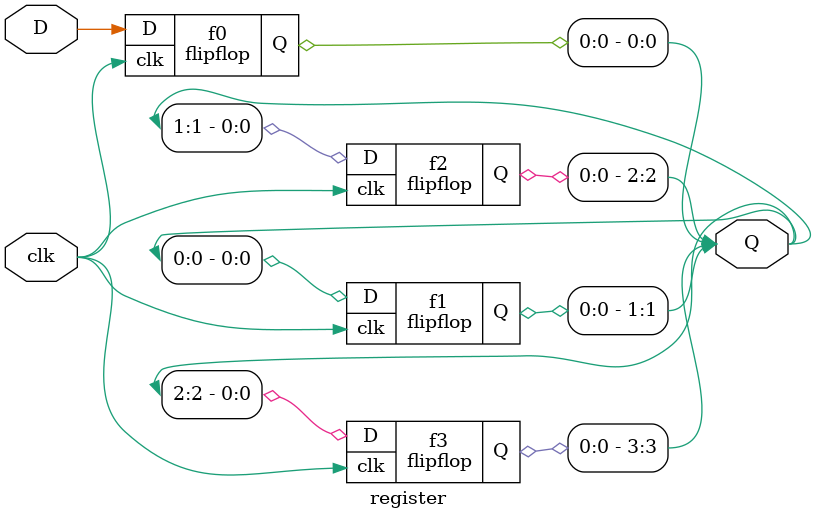
<source format=sv>

module flipflop (D,clk,Q);
  input D,clk;
  output reg Q;
  always @ (posedge clk) begin
    Q <= D;
  end
endmodule

module register (D,clk,Q);
input D,clk;
output reg [3:0] Q;
flipflop f0 (D,clk,Q[0]);
flipflop f1 (Q[0],clk,Q[1]);
flipflop f2 (Q[1],clk,Q[2]);
flipflop f3 (Q[2],clk,Q[3]);
endmodule

</source>
